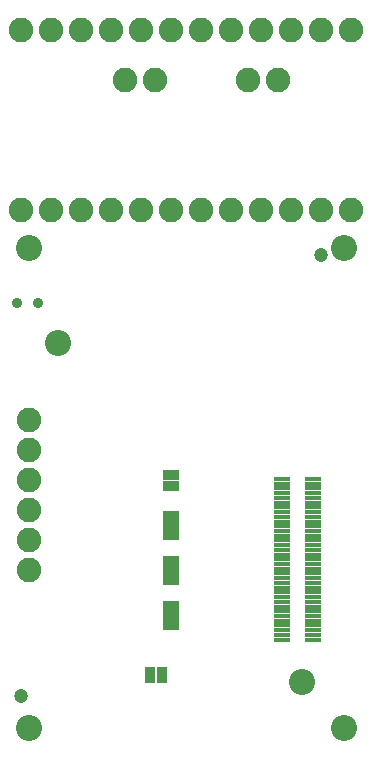
<source format=gbr>
G04 EAGLE Gerber RS-274X export*
G75*
%MOMM*%
%FSLAX34Y34*%
%LPD*%
%INSoldermask Bottom*%
%IPPOS*%
%AMOC8*
5,1,8,0,0,1.08239X$1,22.5*%
G01*
%ADD10C,2.203200*%
%ADD11R,1.343200X0.403200*%
%ADD12C,1.203200*%
%ADD13C,2.082800*%
%ADD14R,1.473200X0.838200*%
%ADD15R,0.838200X1.473200*%
%ADD16C,0.903200*%


D10*
X285750Y19050D03*
X19050Y19050D03*
X19050Y425450D03*
X285750Y425450D03*
D11*
X259600Y93800D03*
X233200Y93800D03*
X259600Y97800D03*
X233200Y97800D03*
X259600Y101800D03*
X233200Y101800D03*
X259600Y105800D03*
X233200Y105800D03*
X259600Y109800D03*
X233200Y109800D03*
X259600Y113800D03*
X233200Y113800D03*
X259600Y117800D03*
X233200Y117800D03*
X259600Y121800D03*
X233200Y121800D03*
X259600Y125800D03*
X233200Y125800D03*
X259600Y129800D03*
X233200Y129800D03*
X259600Y133800D03*
X233200Y133800D03*
X259600Y137800D03*
X233200Y137800D03*
X259600Y141800D03*
X233200Y141800D03*
X259600Y145800D03*
X233200Y145800D03*
X259600Y149800D03*
X233200Y149800D03*
X259600Y153800D03*
X233200Y153800D03*
X259600Y157800D03*
X233200Y157800D03*
X259600Y161800D03*
X233200Y161800D03*
X259600Y165800D03*
X233200Y165800D03*
X259600Y169800D03*
X233200Y169800D03*
X259600Y173800D03*
X233200Y173800D03*
X259600Y177800D03*
X233200Y177800D03*
X259600Y181800D03*
X233200Y181800D03*
X259600Y185800D03*
X233200Y185800D03*
X259600Y189800D03*
X233200Y189800D03*
X259600Y193800D03*
X233200Y193800D03*
X259600Y197800D03*
X233200Y197800D03*
X259600Y201800D03*
X233200Y201800D03*
X259600Y205800D03*
X233200Y205800D03*
X259600Y209800D03*
X233200Y209800D03*
X259600Y213800D03*
X233200Y213800D03*
X259600Y217800D03*
X233200Y217800D03*
X259600Y221800D03*
X233200Y221800D03*
X259600Y225800D03*
X233200Y225800D03*
X259600Y229800D03*
X233200Y229800D03*
D10*
X44100Y344800D03*
X250100Y57900D03*
D12*
X12700Y45720D03*
X266700Y419100D03*
D13*
X19685Y279400D03*
X19685Y254000D03*
X19685Y228600D03*
X19685Y203200D03*
X19685Y177800D03*
X19685Y152400D03*
D14*
X139700Y160528D03*
X139700Y152400D03*
X139700Y144272D03*
X139700Y198628D03*
X139700Y190500D03*
X139700Y182372D03*
D15*
X121920Y63500D03*
X132080Y63500D03*
D14*
X139700Y122428D03*
X139700Y114300D03*
X139700Y106172D03*
D13*
X12700Y609600D03*
X38100Y609600D03*
X63500Y609600D03*
X88900Y609600D03*
X114300Y609600D03*
X139700Y609600D03*
X165100Y609600D03*
X190500Y609600D03*
X215900Y609600D03*
X241300Y609600D03*
X266700Y609600D03*
X292100Y609600D03*
X12700Y457200D03*
X38100Y457200D03*
X63500Y457200D03*
X88900Y457200D03*
X114300Y457200D03*
X139700Y457200D03*
X165100Y457200D03*
X190500Y457200D03*
X215900Y457200D03*
X241300Y457200D03*
X266700Y457200D03*
X292100Y457200D03*
X125730Y567690D03*
X100330Y567690D03*
X229870Y567690D03*
X204470Y567690D03*
D14*
X139700Y224100D03*
X139700Y233100D03*
D16*
X26780Y378460D03*
X8780Y378460D03*
M02*

</source>
